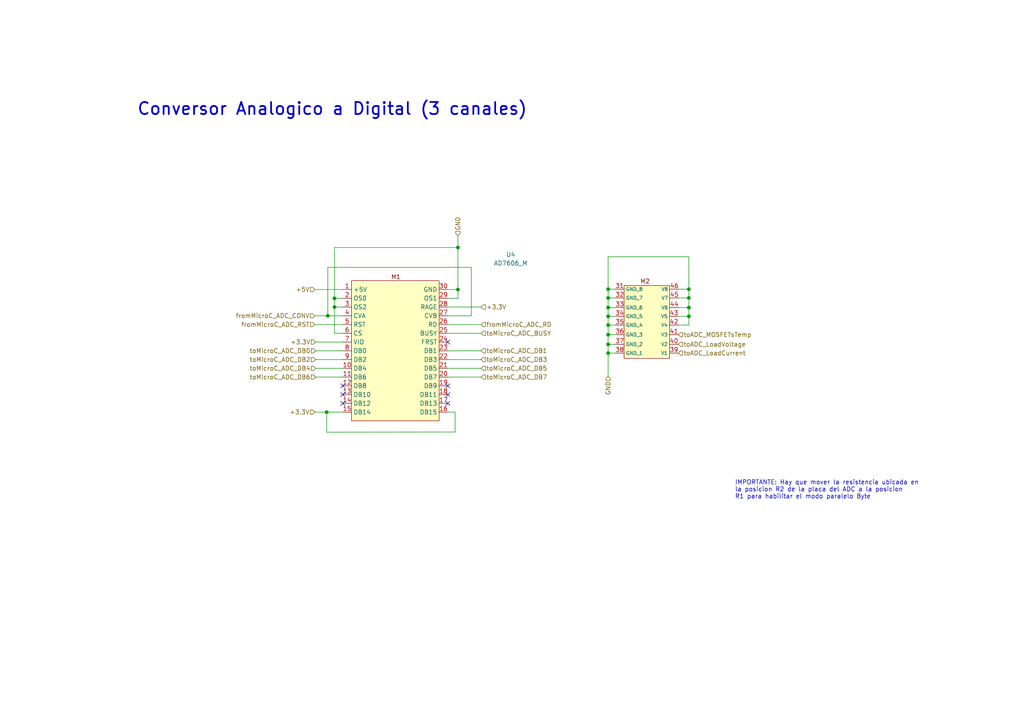
<source format=kicad_sch>
(kicad_sch (version 20211123) (generator eeschema)
  (paper "A4")
  (lib_symbols
    (symbol "CEDCp:AD7606_M"
      (property "Reference" "U" (at 1.27 3.81 0))
      (property "Value" "AD7606_M" (at 12.7 -15.24 0))
      (symbol "AD7606_M_0_0"
        (text "M1" (at 12.8524 3.6576 0) (effects (font (size 1.27 1.27))))
        (text "M2" (at 85.1408 2.3876 0) (effects (font (size 1.27 1.27))))
      )
      (symbol "AD7606_M_0_1"
        (rectangle (start 0 2.54) (end 25.4 -38.1) (fill (type background)))
        (rectangle (start 79.0448 1.1176) (end 92.2528 -19.9644) (fill (type background)))
      )
      (symbol "AD7606_M_1_1"
        (pin input line (at -2.54 0 0) (length 2.54) (name "+5V") (number "1"))
        (pin input line (at -2.54 -22.86 0) (length 2.54) (name "DB4") (number "10"))
        (pin input line (at -2.54 -25.4 0) (length 2.54) (name "DB6") (number "11"))
        (pin input line (at -2.54 -27.94 0) (length 2.54) (name "DB8") (number "12"))
        (pin input line (at -2.54 -30.48 0) (length 2.54) (name "DB10") (number "13"))
        (pin input line (at -2.54 -33.02 0) (length 2.54) (name "DB12") (number "14"))
        (pin input line (at -2.54 -35.56 0) (length 2.54) (name "DB14") (number "15"))
        (pin input line (at 27.94 -35.56 180) (length 2.54) (name "DB15") (number "16"))
        (pin input line (at 27.94 -33.02 180) (length 2.54) (name "DB13") (number "17"))
        (pin input line (at 27.94 -30.48 180) (length 2.54) (name "DB11") (number "18"))
        (pin input line (at 27.94 -27.94 180) (length 2.54) (name "DB9") (number "19"))
        (pin input line (at -2.54 -2.54 0) (length 2.54) (name "OS0") (number "2"))
        (pin input line (at 27.94 -25.4 180) (length 2.54) (name "DB7") (number "20"))
        (pin input line (at 27.94 -22.86 180) (length 2.54) (name "DB5") (number "21"))
        (pin input line (at 27.94 -20.32 180) (length 2.54) (name "DB3") (number "22"))
        (pin input line (at 27.94 -17.78 180) (length 2.54) (name "DB1") (number "23"))
        (pin input line (at 27.94 -15.24 180) (length 2.54) (name "FRST") (number "24"))
        (pin input line (at 27.94 -12.7 180) (length 2.54) (name "BUSY") (number "25"))
        (pin input line (at 27.94 -10.16 180) (length 2.54) (name "RD") (number "26"))
        (pin input line (at 27.94 -7.62 180) (length 2.54) (name "CVB") (number "27"))
        (pin input line (at 27.94 -5.08 180) (length 2.54) (name "RAGE") (number "28"))
        (pin input line (at 27.94 -2.54 180) (length 2.54) (name "OS1") (number "29"))
        (pin input line (at -2.54 -5.08 0) (length 2.54) (name "OS2") (number "3"))
        (pin input line (at 27.94 0 180) (length 2.54) (name "GND") (number "30"))
        (pin input line (at 76.5048 0.1016 0) (length 2.54) (name "GND_8") (number "31"))
        (pin input line (at 76.5048 -2.4384 0) (length 2.54) (name "GND_7") (number "32"))
        (pin input line (at 76.5048 -5.2324 0) (length 2.54) (name "GND_6") (number "33"))
        (pin input line (at 76.5048 -7.7724 0) (length 2.54) (name "GND_5") (number "34"))
        (pin input line (at 76.5048 -10.3124 0) (length 2.54) (name "GND_4") (number "35"))
        (pin input line (at 76.5048 -13.1064 0) (length 2.54) (name "GND_3") (number "36"))
        (pin input line (at 76.5048 -15.9004 0) (length 2.54) (name "GND_2") (number "37"))
        (pin input line (at 76.5048 -18.4404 0) (length 2.54) (name "GND_1") (number "38"))
        (pin input line (at 94.7928 -18.4404 180) (length 2.54) (name "V1") (number "39"))
        (pin input line (at -2.54 -7.62 0) (length 2.54) (name "CVA") (number "4"))
        (pin input line (at 94.7928 -15.9004 180) (length 2.54) (name "V2") (number "40"))
        (pin input line (at 94.7928 -13.1064 180) (length 2.54) (name "V3") (number "41"))
        (pin input line (at 94.7928 -10.3124 180) (length 2.54) (name "V4") (number "42"))
        (pin input line (at 94.7928 -7.7724 180) (length 2.54) (name "V5") (number "43"))
        (pin input line (at 94.8944 -5.2324 180) (length 2.54) (name "V6") (number "44"))
        (pin input line (at 94.8944 -2.4384 180) (length 2.54) (name "V7") (number "45"))
        (pin input line (at 94.8944 0.1016 180) (length 2.54) (name "V8") (number "46"))
        (pin input line (at -2.54 -10.16 0) (length 2.54) (name "RST") (number "5"))
        (pin input line (at -2.54 -12.7 0) (length 2.54) (name "CS") (number "6"))
        (pin input line (at -2.54 -15.24 0) (length 2.54) (name "VIO") (number "7"))
        (pin input line (at -2.54 -17.78 0) (length 2.54) (name "DB0") (number "8"))
        (pin input line (at -2.54 -20.32 0) (length 2.54) (name "DB2") (number "9"))
      )
    )
  )
  (junction (at 97.0026 86.5124))
  (junction (at 199.7964 91.7448))
  (junction (at 199.7964 86.4108))
  (junction (at 176.3776 97.0788))
  (junction (at 176.3776 94.2848))
  (junction (at 176.3776 83.8708))
  (junction (at 176.3776 91.7448))
  (junction (at 199.7964 89.2048))
  (junction (at 176.3776 89.2048))
  (junction (at 199.7964 83.8708))
  (junction (at 97.0026 89.0524))
  (junction (at 94.742 119.5324))
  (junction (at 95.0722 91.5924))
  (junction (at 132.8166 71.7804))
  (junction (at 176.3776 102.4128))
  (junction (at 176.3776 99.8728))
  (junction (at 132.8166 83.9724))
  (junction (at 176.3776 86.4108))
  (no_connect (at 99.4156 111.9124))
  (no_connect (at 99.4156 114.4524))
  (no_connect (at 99.4156 116.9924))
  (no_connect (at 129.8956 116.9924))
  (no_connect (at 129.8956 111.9124))
  (no_connect (at 129.8956 114.4524))
  (no_connect (at 129.8956 99.2124))
  (wire (pts (xy 132.0038 125.2982) (xy 132.0038 119.5324)))
  (wire (pts (xy 176.3776 97.0788) (xy 176.3776 99.8728)))
  (wire (pts (xy 129.8956 91.5924) (xy 136.7028 91.5924)))
  (wire (pts (xy 97.0026 89.0524) (xy 97.0026 96.6724)))
  (wire (pts (xy 178.4604 83.8708) (xy 176.3776 83.8708)))
  (wire (pts (xy 176.3776 102.4128) (xy 178.4604 102.4128)))
  (wire (pts (xy 132.0038 119.5324) (xy 129.8956 119.5324)))
  (wire (pts (xy 196.85 86.4108) (xy 199.7964 86.4108)))
  (wire (pts (xy 94.742 119.5324) (xy 94.742 125.349)))
  (wire (pts (xy 94.742 119.5324) (xy 99.4156 119.5324)))
  (wire (pts (xy 176.3776 89.2048) (xy 176.3776 91.7448)))
  (wire (pts (xy 91.5416 101.7524) (xy 99.4156 101.7524)))
  (wire (pts (xy 176.3776 86.4108) (xy 176.3776 89.2048)))
  (wire (pts (xy 196.7484 91.7448) (xy 199.7964 91.7448)))
  (wire (pts (xy 176.3776 91.7448) (xy 176.3776 94.2848)))
  (wire (pts (xy 176.3776 94.2848) (xy 176.3776 97.0788)))
  (wire (pts (xy 97.0026 89.0524) (xy 99.4156 89.0524)))
  (wire (pts (xy 91.2876 94.1324) (xy 99.4156 94.1324)))
  (wire (pts (xy 139.5476 96.6724) (xy 129.8956 96.6724)))
  (wire (pts (xy 91.2876 91.5924) (xy 95.0722 91.5924)))
  (wire (pts (xy 199.7964 89.2048) (xy 199.7964 86.4108)))
  (wire (pts (xy 97.0026 71.7804) (xy 132.8166 71.7804)))
  (wire (pts (xy 95.0722 91.5924) (xy 99.4156 91.5924)))
  (wire (pts (xy 97.0026 86.5124) (xy 97.0026 89.0524)))
  (wire (pts (xy 91.5416 106.8324) (xy 99.4156 106.8324)))
  (wire (pts (xy 176.3776 102.4128) (xy 176.3776 109.1184)))
  (wire (pts (xy 199.7964 89.2048) (xy 199.7964 91.7448)))
  (wire (pts (xy 91.5416 109.3724) (xy 99.4156 109.3724)))
  (wire (pts (xy 176.3776 97.0788) (xy 178.4604 97.0788)))
  (wire (pts (xy 199.7964 74.4728) (xy 199.7964 83.8708)))
  (wire (pts (xy 136.7028 91.5924) (xy 136.7028 77.5462)))
  (wire (pts (xy 97.0026 71.7804) (xy 97.0026 86.5124)))
  (wire (pts (xy 136.7028 77.5462) (xy 95.0722 77.5462)))
  (wire (pts (xy 196.85 89.2048) (xy 199.7964 89.2048)))
  (wire (pts (xy 139.5476 94.1324) (xy 129.8956 94.1324)))
  (wire (pts (xy 139.5476 104.2924) (xy 129.8956 104.2924)))
  (wire (pts (xy 95.0722 77.5462) (xy 95.0722 91.5924)))
  (wire (pts (xy 139.5476 106.8324) (xy 129.8956 106.8324)))
  (wire (pts (xy 176.3776 89.2048) (xy 178.4604 89.2048)))
  (wire (pts (xy 139.5476 101.7524) (xy 129.8956 101.7524)))
  (wire (pts (xy 199.7964 91.7448) (xy 199.7964 94.2848)))
  (wire (pts (xy 132.8166 71.7804) (xy 132.8166 68.3514)))
  (wire (pts (xy 196.85 83.8708) (xy 199.7964 83.8708)))
  (wire (pts (xy 99.4156 86.5124) (xy 97.0026 86.5124)))
  (wire (pts (xy 91.2876 83.9724) (xy 99.4156 83.9724)))
  (wire (pts (xy 91.5416 99.2124) (xy 99.4156 99.2124)))
  (wire (pts (xy 176.3776 74.4728) (xy 199.7964 74.4728)))
  (wire (pts (xy 129.8956 86.5124) (xy 132.8166 86.5124)))
  (wire (pts (xy 139.5476 109.3724) (xy 129.8956 109.3724)))
  (wire (pts (xy 91.2876 119.5324) (xy 94.742 119.5324)))
  (wire (pts (xy 94.742 125.349) (xy 132.0038 125.2982)))
  (wire (pts (xy 132.8166 86.5124) (xy 132.8166 83.9724)))
  (wire (pts (xy 99.4156 96.6724) (xy 97.0026 96.6724)))
  (wire (pts (xy 176.3776 99.8728) (xy 176.3776 102.4128)))
  (wire (pts (xy 176.3776 86.4108) (xy 178.4604 86.4108)))
  (wire (pts (xy 132.8166 83.9724) (xy 132.8166 71.7804)))
  (wire (pts (xy 129.8956 83.9724) (xy 132.8166 83.9724)))
  (wire (pts (xy 176.3776 83.8708) (xy 176.3776 86.4108)))
  (wire (pts (xy 196.7484 94.2848) (xy 199.7964 94.2848)))
  (wire (pts (xy 176.3776 91.7448) (xy 178.4604 91.7448)))
  (wire (pts (xy 176.3776 94.2848) (xy 178.4604 94.2848)))
  (wire (pts (xy 91.5416 104.2924) (xy 99.4156 104.2924)))
  (wire (pts (xy 176.3776 83.8708) (xy 176.3776 74.4728)))
  (wire (pts (xy 139.5476 89.0524) (xy 129.8956 89.0524)))
  (wire (pts (xy 199.7964 86.4108) (xy 199.7964 83.8708)))
  (wire (pts (xy 176.3776 99.8728) (xy 178.4604 99.8728)))
  (text "IMPORTANTE: Hay que mover la resistencia ubicada en\nla posicion R2 de la placa del ADC a la posicion \nR1 para habilitar el modo paralelo Byte" (at 213.1568 144.8816 0) (effects (font (size 1.27 1.27)) (justify left bottom)))
  (text "Conversor Analogico a Digital (3 canales)" (at 39.624 33.782 0) (effects (font (size 3.5 3.5) (thickness 0.5) bold) (justify left bottom)))
  (hierarchical_label "toADC_LoadVoltage" (shape input) (at 196.7484 99.8728 0))
  (hierarchical_label "+3.3V" (shape input) (at 91.2876 119.5324 180))
  (hierarchical_label "+3.3V" (shape input) (at 91.5416 99.2124 180))
  (hierarchical_label "+3.3V" (shape input) (at 139.5476 89.0524 0))
  (hierarchical_label "toMicroC_ADC_DB5" (shape input) (at 139.5476 106.8324 0))
  (hierarchical_label "toMicroC_ADC_DB1" (shape input) (at 139.5476 101.7524 0))
  (hierarchical_label "toMicroC_ADC_DB4" (shape input) (at 91.5416 106.8324 180))
  (hierarchical_label "fromMicroC_ADC_CONV" (shape input) (at 91.2876 91.5924 180))
  (hierarchical_label "fromMicroC_ADC_RD" (shape input) (at 139.5476 94.1324 0))
  (hierarchical_label "toMicroC_ADC_BUSY" (shape input) (at 139.5476 96.6724 0))
  (hierarchical_label "toMicroC_ADC_DB3" (shape input) (at 139.5476 104.2924 0))
  (hierarchical_label "toADC_MOSFETsTemp" (shape input) (at 196.7484 97.0788 0))
  (hierarchical_label "fromMicroC_ADC_RST" (shape input) (at 91.2876 94.1324 180))
  (hierarchical_label "toMicroC_ADC_DB7" (shape input) (at 139.5476 109.3724 0))
  (hierarchical_label "toMicroC_ADC_DB0" (shape input) (at 91.5416 101.7524 180))
  (hierarchical_label "toADC_LoadCurrent" (shape input) (at 196.7484 102.4128 0))
  (hierarchical_label "GND" (shape input) (at 132.8166 68.3514 90))
  (hierarchical_label "+5V" (shape input) (at 91.2876 83.9724 180))
  (hierarchical_label "toMicroC_ADC_DB6" (shape input) (at 91.5416 109.3724 180))
  (hierarchical_label "toMicroC_ADC_DB2" (shape input) (at 91.5416 104.2924 180))
  (hierarchical_label "GND" (shape input) (at 176.3776 109.1184 270))
  (symbol (lib_id "CEDCp:AD7606_M") (at 101.9556 83.9724 0) (unit 1)
    (property "Reference" "U4" (at 148.1328 73.8124 0))
    (property "Value" "AD7606_M" (at 148.1328 76.3524 0))
    (property "Footprint" "CEDCp:AD7606_M" (effects hide))
  )
)
</source>
